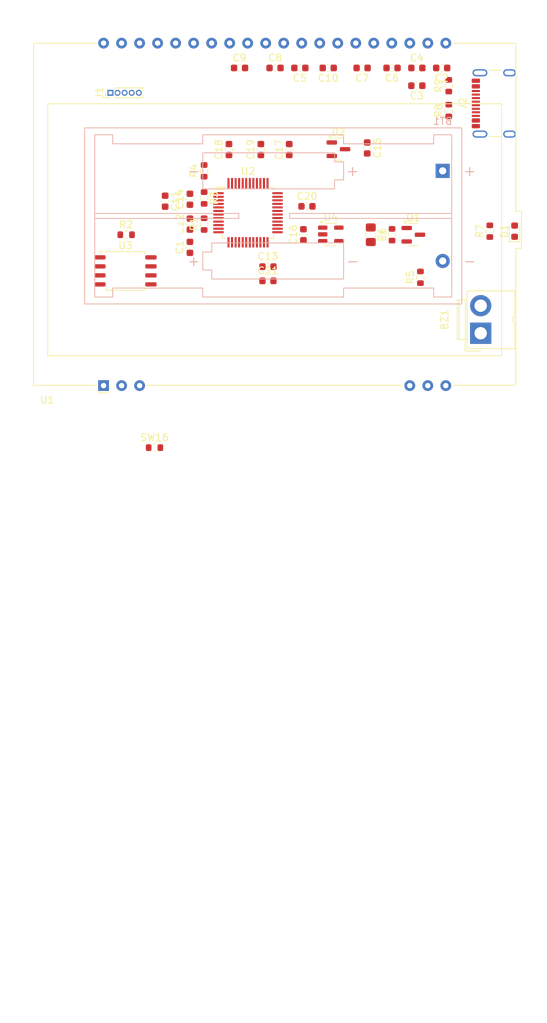
<source format=kicad_pcb>
(kicad_pcb (version 20240108) (generator "pcbnew") (generator_version "8.0")
  (layers (0 "F.Cu" signal) (31 "B.Cu" signal) (34 "B.Paste" user) (35 "F.Paste" user) (36 "B.SilkS" user "B.Silkscreen") (37 "F.SilkS" user "F.Silkscreen") (38 "B.Mask" user) (39 "F.Mask" user) (44 "Edge.Cuts" user))
  (net 0 "")
  (net 1 "Net-(BT1-+)")
  (net 2 "GND")
  (net 3 "Net-(BZ1--)")
  (net 4 "3.3V")
  (net 5 "/NRST")
  (net 6 "Net-(U1-V0)")
  (net 7 "Net-(U1-V1)")
  (net 8 "Net-(U1-V2)")
  (net 9 "Net-(U1-CAP1N)")
  (net 10 "Net-(U1-CAP1P)")
  (net 11 "Net-(U1-V3)")
  (net 12 "Net-(U1-V4)")
  (net 13 "Net-(U1-CAP3P)")
  (net 14 "Net-(U1-VOUT)")
  (net 15 "Net-(U1-CAP2N)")
  (net 16 "Net-(U1-CAP2P)")
  (net 17 "Net-(U2-PH0)")
  (net 18 "Net-(U2-PH1)")
  (net 19 "Net-(U2-VCAP)")
  (net 20 "WAKEUP01")
  (net 21 "Net-(U4-Vin)")
  (net 22 "Net-(D1-A)")
  (net 23 "Net-(D2-Pad2)")
  (net 24 "SWDIO")
  (net 25 "SWO")
  (net 26 "SWCLK")
  (net 27 "USB_DP (D+)")
  (net 28 "Net-(J2-CC1)")
  (net 29 "USB_DM (D-)")
  (net 30 "Net-(J2-CC2)")
  (net 31 "Net-(U4-SW)")
  (net 32 "Net-(Q1-B)")
  (net 33 "Net-(U3-~{CS})")
  (net 34 "Net-(R3-Pad2)")
  (net 35 "BUZZER")
  (net 36 "LED01")
  (net 37 "COL03")
  (net 38 "ROW03")
  (net 39 "DISP_RST")
  (net 40 "DISP_SCL")
  (net 44 "DISP_CS1B")
  (net 46 "DISP_A0")
  (net 47 "DISP_SI")
  (net 50 "ROW05")
  (net 52 "COL06")
  (net 53 "COL02")
  (net 54 "POWER_ON")
  (net 55 "ROW06")
  (net 56 "ROW08")
  (net 57 "ROW04")
  (net 59 "COL05")
  (net 60 "ROW02")
  (net 61 "COL04")
  (net 63 "ROW07")
  (net 64 "ROW01")
  (net 65 "SPI_MISO")
  (net 66 "COL01")
  (net 67 "SPI_SCK")
  (net 68 "SPI_MOSI")
  (footprint "Capacitor_SMD:C_0603_1608Metric" (layer "F.Cu") (at 72.7125 60.5 90)
    (property "Reference" "C12" (at 0 -1.43 -90) (layer "F.SilkS"))
    (property "Value" "8pF")
    (fp_line (start -0.14058 -0.51) (end 0.14058 -0.51) (stroke (width 0.12)) (layer "F.SilkS"))
    (fp_line (start -0.14058 0.51) (end 0.14058 0.51) (stroke (width 0.12)) (layer "F.SilkS"))
    (pad "1" smd roundrect (at -0.775 0 90) (size 0.9 0.95) (layers "F.Cu" "F.Paste" "F.Mask") (net 18 "Net-(U2-PH1)"))
    (pad "2" smd roundrect (at 0.775 0 90) (size 0.9 0.95) (layers "F.Cu" "F.Paste" "F.Mask") (net 2 "GND"))
  )
  (footprint "Capacitor_SMD:C_0603_1608Metric" (layer "F.Cu") (at 82.7125 50 90)
    (property "Reference" "C19" (at 0 -1.43 -90) (layer "F.SilkS"))
    (property "Value" "100nF")
    (fp_line (start -0.14058 -0.51) (end 0.14058 -0.51) (stroke (width 0.12)) (layer "F.SilkS"))
    (fp_line (start -0.14058 0.51) (end 0.14058 0.51) (stroke (width 0.12)) (layer "F.SilkS"))
    (pad "1" smd roundrect (at -0.775 0 90) (size 0.9 0.95) (layers "F.Cu" "F.Paste" "F.Mask") (net 4 "3.3V"))
    (pad "2" smd roundrect (at 0.775 0 90) (size 0.9 0.95) (layers "F.Cu" "F.Paste" "F.Mask") (net 2 "GND"))
  )
  (footprint "Resistor_SMD:R_0603_1608Metric" (layer "F.Cu") (at 101.2125 62 90)
    (property "Reference" "R6" (at 0 -1.43 -90) (layer "F.SilkS"))
    (property "Value" "R")
    (fp_line (start -0.237258 -0.5225) (end 0.237258 -0.5225) (stroke (width 0.12)) (layer "F.SilkS"))
    (fp_line (start -0.237258 0.5225) (end 0.237258 0.5225) (stroke (width 0.12)) (layer "F.SilkS"))
    (pad "1" smd roundrect (at -0.825 0 90) (size 0.8 0.95) (layers "F.Cu" "F.Paste" "F.Mask") (net 35 "BUZZER"))
    (pad "2" smd roundrect (at 0.825 0 90) (size 0.8 0.95) (layers "F.Cu" "F.Paste" "F.Mask") (net 32 "Net-(Q1-B)"))
  )
  (footprint "Resistor_SMD:R_0603_1608Metric" (layer "F.Cu") (at 109.2125 41 90)
    (property "Reference" "R9" (at 0 -1.43 -90) (layer "F.SilkS"))
    (property "Value" "5.1K")
    (fp_line (start -0.237258 -0.5225) (end 0.237258 -0.5225) (stroke (width 0.12)) (layer "F.SilkS"))
    (fp_line (start -0.237258 0.5225) (end 0.237258 0.5225) (stroke (width 0.12)) (layer "F.SilkS"))
    (pad "1" smd roundrect (at -0.825 0 90) (size 0.8 0.95) (layers "F.Cu" "F.Paste" "F.Mask") (net 30 "Net-(J2-CC2)"))
    (pad "2" smd roundrect (at 0.825 0 90) (size 0.8 0.95) (layers "F.Cu" "F.Paste" "F.Mask") (net 2 "GND"))
  )
  (footprint "Capacitor_SMD:C_0603_1608Metric" (layer "F.Cu") (at 88.7125 62 90)
    (property "Reference" "C16" (at 0 -1.43 -90) (layer "F.SilkS"))
    (property "Value" "10 uF")
    (fp_line (start -0.14058 -0.51) (end 0.14058 -0.51) (stroke (width 0.12)) (layer "F.SilkS"))
    (fp_line (start -0.14058 0.51) (end 0.14058 0.51) (stroke (width 0.12)) (layer "F.SilkS"))
    (pad "1" smd roundrect (at -0.775 0 90) (size 0.9 0.95) (layers "F.Cu" "F.Paste" "F.Mask") (net 4 "3.3V"))
    (pad "2" smd roundrect (at 0.775 0 90) (size 0.9 0.95) (layers "F.Cu" "F.Paste" "F.Mask") (net 2 "GND"))
  )
  (footprint "Capacitor_SMD:C_0603_1608Metric" (layer "F.Cu") (at 97.7125 49.775 -90)
    (property "Reference" "C15" (at 0 -1.43 90) (layer "F.SilkS"))
    (property "Value" "4.7 uF")
    (fp_line (start -0.14058 0.51) (end 0.14058 0.51) (stroke (width 0.12)) (layer "F.SilkS"))
    (fp_line (start -0.14058 -0.51) (end 0.14058 -0.51) (stroke (width 0.12)) (layer "F.SilkS"))
    (pad "1" smd roundrect (at -0.775 0 270) (size 0.9 0.95) (layers "F.Cu" "F.Paste" "F.Mask") (net 21 "Net-(U4-Vin)"))
    (pad "2" smd roundrect (at 0.775 0 270) (size 0.9 0.95) (layers "F.Cu" "F.Paste" "F.Mask") (net 2 "GND"))
  )
  (footprint "Capacitor_SMD:C_0603_1608Metric" (layer "F.Cu") (at 79.7125 38.5)
    (property "Reference" "C9" (at 0 -1.43 0) (layer "F.SilkS"))
    (property "Value" "1uF")
    (fp_line (start -0.14058 -0.51) (end 0.14058 -0.51) (stroke (width 0.12)) (layer "F.SilkS"))
    (fp_line (start -0.14058 0.51) (end 0.14058 0.51) (stroke (width 0.12)) (layer "F.SilkS"))
    (pad "1" smd roundrect (at -0.775 0) (size 0.9 0.95) (layers "F.Cu" "F.Paste" "F.Mask") (net 2 "GND"))
    (pad "2" smd roundrect (at 0.775 0) (size 0.9 0.95) (layers "F.Cu" "F.Paste" "F.Mask") (net 14 "Net-(U1-VOUT)"))
  )
  (footprint "Capacitor_SMD:C_0603_1608Metric" (layer "F.Cu") (at 88.2125 38.5 180)
    (property "Reference" "C5" (at 0 -1.43 180) (layer "F.SilkS"))
    (property "Value" "1uF")
    (fp_line (start -0.14058 0.51) (end 0.14058 0.51) (stroke (width 0.12)) (layer "F.SilkS"))
    (fp_line (start -0.14058 -0.51) (end 0.14058 -0.51) (stroke (width 0.12)) (layer "F.SilkS"))
    (pad "1" smd roundrect (at -0.775 0 180) (size 0.9 0.95) (layers "F.Cu" "F.Paste" "F.Mask") (net 10 "Net-(U1-CAP1P)"))
    (pad "2" smd roundrect (at 0.775 0 180) (size 0.9 0.95) (layers "F.Cu" "F.Paste" "F.Mask") (net 9 "Net-(U1-CAP1N)"))
  )
  (footprint "Capacitor_SMD:C_0603_1608Metric" (layer "F.Cu") (at 83.7125 66.5)
    (property "Reference" "C13" (at 0 -1.43 0) (layer "F.SilkS"))
    (property "Value" "2.2uF")
    (fp_line (start -0.14058 -0.51) (end 0.14058 -0.51) (stroke (width 0.12)) (layer "F.SilkS"))
    (fp_line (start -0.14058 0.51) (end 0.14058 0.51) (stroke (width 0.12)) (layer "F.SilkS"))
    (pad "1" smd roundrect (at -0.775 0) (size 0.9 0.95) (layers "F.Cu" "F.Paste" "F.Mask") (net 19 "Net-(U2-VCAP)"))
    (pad "2" smd roundrect (at 0.775 0) (size 0.9 0.95) (layers "F.Cu" "F.Paste" "F.Mask") (net 2 "GND"))
  )
  (footprint "Capacitor_SMD:C_0603_1608Metric" (layer "F.Cu") (at 96.9875 38.5 180)
    (property "Reference" "C7" (at 0 -1.43 180) (layer "F.SilkS"))
    (property "Value" "1uF")
    (fp_line (start -0.14058 0.51) (end 0.14058 0.51) (stroke (width 0.12)) (layer "F.SilkS"))
    (fp_line (start -0.14058 -0.51) (end 0.14058 -0.51) (stroke (width 0.12)) (layer "F.SilkS"))
    (pad "1" smd roundrect (at -0.775 0 180) (size 0.9 0.95) (layers "F.Cu" "F.Paste" "F.Mask") (net 12 "Net-(U1-V4)"))
    (pad "2" smd roundrect (at 0.775 0 180) (size 0.9 0.95) (layers "F.Cu" "F.Paste" "F.Mask") (net 2 "GND"))
  )
  (footprint "Capacitor_SMD:C_0603_1608Metric" (layer "F.Cu") (at 92.2125 38.5 180)
    (property "Reference" "C10" (at 0 -1.43 180) (layer "F.SilkS"))
    (property "Value" "1uF")
    (fp_line (start -0.14058 0.51) (end 0.14058 0.51) (stroke (width 0.12)) (layer "F.SilkS"))
    (fp_line (start -0.14058 -0.51) (end 0.14058 -0.51) (stroke (width 0.12)) (layer "F.SilkS"))
    (pad "1" smd roundrect (at -0.775 0 180) (size 0.9 0.95) (layers "F.Cu" "F.Paste" "F.Mask") (net 15 "Net-(U1-CAP2N)"))
    (pad "2" smd roundrect (at 0.775 0 180) (size 0.9 0.95) (layers "F.Cu" "F.Paste" "F.Mask") (net 16 "Net-(U1-CAP2P)"))
  )
  (footprint "Capacitor_SMD:C_0603_1608Metric" (layer "F.Cu") (at 108.2125 38.5 180)
    (property "Reference" "C2" (at 0 -1.43 180) (layer "F.SilkS"))
    (property "Value" "1uF")
    (fp_line (start -0.14058 0.51) (end 0.14058 0.51) (stroke (width 0.12)) (layer "F.SilkS"))
    (fp_line (start -0.14058 -0.51) (end 0.14058 -0.51) (stroke (width 0.12)) (layer "F.SilkS"))
    (pad "1" smd roundrect (at -0.775 0 180) (size 0.9 0.95) (layers "F.Cu" "F.Paste" "F.Mask") (net 6 "Net-(U1-V0)"))
    (pad "2" smd roundrect (at 0.775 0 180) (size 0.9 0.95) (layers "F.Cu" "F.Paste" "F.Mask") (net 2 "GND"))
  )
  (footprint "Resistor_SMD:R_0603_1608Metric" (layer "F.Cu") (at 109.2125 44.5 90)
    (property "Reference" "R8" (at 0 -1.43 -90) (layer "F.SilkS"))
    (property "Value" "5.1K")
    (fp_line (start -0.237258 -0.5225) (end 0.237258 -0.5225) (stroke (width 0.12)) (layer "F.SilkS"))
    (fp_line (start -0.237258 0.5225) (end 0.237258 0.5225) (stroke (width 0.12)) (layer "F.SilkS"))
    (pad "1" smd roundrect (at -0.825 0 90) (size 0.8 0.95) (layers "F.Cu" "F.Paste" "F.Mask") (net 28 "Net-(J2-CC1)"))
    (pad "2" smd roundrect (at 0.825 0 90) (size 0.8 0.95) (layers "F.Cu" "F.Paste" "F.Mask") (net 2 "GND"))
  )
  (footprint "Connector_PinHeader_1.00mm:PinHeader_1x05_P1.00mm_Vertical" (layer "F.Cu") (at 61.5 42 90)
    (property "Reference" "J1" (at 0 -1.56 -90) (layer "F.SilkS"))
    (property "Value" "ST-LINK")
    (fp_line (start -0.695 -0.685) (end 0 -0.685) (stroke (width 0.12)) (layer "F.SilkS"))
    (fp_line (start -0.695 0) (end -0.695 -0.685) (stroke (width 0.12)) (layer "F.SilkS"))
    (fp_line (start 0.695 0.685) (end 0.695 4.56) (stroke (width 0.12)) (layer "F.SilkS"))
    (fp_line (start 0.608276 0.685) (end 0.695 0.685) (stroke (width 0.12)) (layer "F.SilkS"))
    (fp_line (start -0.695 0.685) (end -0.608276 0.685) (stroke (width 0.12)) (layer "F.SilkS"))
    (fp_line (start -0.695 0.685) (end -0.695 4.56) (stroke (width 0.12)) (layer "F.SilkS"))
    (fp_line (start 0.394493 4.56) (end 0.695 4.56) (stroke (width 0.12)) (layer "F.SilkS"))
    (fp_line (start -0.695 4.56) (end -0.394493 4.56) (stroke (width 0.12)) (layer "F.SilkS"))
    (pad "1" thru_hole rect (at 0 0 90) (size 0.85 0.85) (drill 0.5) (layers "*.Cu" "*.Mask") (net 2 "GND"))
    (pad "2" thru_hole oval (at 0 1 90) (size 0.85 0.85) (drill 0.5) (layers "*.Cu" "*.Mask") (net 25 "SWO"))
    (pad "3" thru_hole oval (at 0 2 90) (size 0.85 0.85) (drill 0.5) (layers "*.Cu" "*.Mask") (net 26 "SWCLK"))
    (pad "4" thru_hole oval (at 0 3 90) (size 0.85 0.85) (drill 0.5) (layers "*.Cu" "*.Mask") (net 24 "SWDIO"))
    (pad "5" thru_hole oval (at 0 4 90) (size 0.85 0.85) (drill 0.5) (layers "*.Cu" "*.Mask") (net 5 "/NRST"))
  )
  (footprint "Capacitor_SMD:C_0603_1608Metric" (layer "F.Cu") (at 72.7125 63.775 90)
    (property "Reference" "C1" (at 0 -1.43 -90) (layer "F.SilkS"))
    (property "Value" "100nF")
    (fp_line (start -0.14058 -0.51) (end 0.14058 -0.51) (stroke (width 0.12)) (layer "F.SilkS"))
    (fp_line (start -0.14058 0.51) (end 0.14058 0.51) (stroke (width 0.12)) (layer "F.SilkS"))
    (pad "1" smd roundrect (at -0.775 0 90) (size 0.9 0.95) (layers "F.Cu" "F.Paste" "F.Mask") (net 5 "/NRST"))
    (pad "2" smd roundrect (at 0.775 0 90) (size 0.9 0.95) (layers "F.Cu" "F.Paste" "F.Mask") (net 2 "GND"))
  )
  (footprint "Package_TO_SOT_SMD:SOT-23" (layer "F.Cu") (at 104.2125 62)
    (property "Reference" "Q1" (at 0 -2.4 0) (layer "F.SilkS"))
    (property "Value" "MMBT3904")
    (fp_line (start 0 -1.56) (end -0.65 -1.56) (stroke (width 0.12)) (layer "F.SilkS"))
    (fp_line (start 0 -1.56) (end 0.65 -1.56) (stroke (width 0.12)) (layer "F.SilkS"))
    (fp_line (start 0 1.56) (end -0.65 1.56) (stroke (width 0.12)) (layer "F.SilkS"))
    (fp_line (start 0 1.56) (end 0.65 1.56) (stroke (width 0.12)) (layer "F.SilkS"))
    (fp_poly (pts (xy -1.1625 -1.51) (xy -1.4025 -1.84) (xy -0.9225 -1.84) (xy -1.1625 -1.51)) (stroke (width 0.12)) (fill solid) (layer "F.SilkS"))
    (pad "1" smd roundrect (at -0.9375 -0.95) (size 1.475 0.6) (layers "F.Cu" "F.Paste" "F.Mask") (net 32 "Net-(Q1-B)"))
    (pad "2" smd roundrect (at -0.9375 0.95) (size 1.475 0.6) (layers "F.Cu" "F.Paste" "F.Mask") (net 2 "GND"))
    (pad "3" smd roundrect (at 0.9375 0) (size 1.475 0.6) (layers "F.Cu" "F.Paste" "F.Mask") (net 3 "Net-(BZ1--)"))
  )
  (footprint "Resistor_SMD:R_0603_1608Metric" (layer "F.Cu") (at 115 61.5 90)
    (property "Reference" "R7" (at 0 -1.43 -90) (layer "F.SilkS"))
    (property "Value" "5.1K")
    (fp_line (start -0.237258 -0.5225) (end 0.237258 -0.5225) (stroke (width 0.12)) (layer "F.SilkS"))
    (fp_line (start -0.237258 0.5225) (end 0.237258 0.5225) (stroke (width 0.12)) (layer "F.SilkS"))
    (pad "1" smd roundrect (at -0.825 0 90) (size 0.8 0.95) (layers "F.Cu" "F.Paste" "F.Mask") (net 36 "LED01"))
    (pad "2" smd roundrect (at 0.825 0 90) (size 0.8 0.95) (layers "F.Cu" "F.Paste" "F.Mask") (net 22 "Net-(D1-A)"))
  )
  (footprint "Capacitor_SMD:C_0603_1608Metric" (layer "F.Cu") (at 69.2125 57.275 -90)
    (property "Reference" "C11" (at 0 -1.43 90) (layer "F.SilkS"))
    (property "Value" "8pF")
    (fp_line (start -0.14058 0.51) (end 0.14058 0.51) (stroke (width 0.12)) (layer "F.SilkS"))
    (fp_line (start -0.14058 -0.51) (end 0.14058 -0.51) (stroke (width 0.12)) (layer "F.SilkS"))
    (pad "1" smd roundrect (at -0.775 0 270) (size 0.9 0.95) (layers "F.Cu" "F.Paste" "F.Mask") (net 17 "Net-(U2-PH0)"))
    (pad "2" smd roundrect (at 0.775 0 270) (size 0.9 0.95) (layers "F.Cu" "F.Paste" "F.Mask") (net 2 "GND"))
  )
  (footprint "Package_TO_SOT_SMD:TSOT-23-5" (layer "F.Cu") (at 92.575 61.95)
    (property "Reference" "U4" (at 0 -2.4 0) (layer "F.SilkS"))
    (property "Value" "ADP2108AUJ-3.3")
    (fp_line (start 0 -1.56) (end -0.8 -1.56) (stroke (width 0.12)) (layer "F.SilkS"))
    (fp_line (start 0 -1.56) (end 0.8 -1.56) (stroke (width 0.12)) (layer "F.SilkS"))
    (fp_line (start 0 1.56) (end -0.8 1.56) (stroke (width 0.12)) (layer "F.SilkS"))
    (fp_line (start 0 1.56) (end 0.8 1.56) (stroke (width 0.12)) (layer "F.SilkS"))
    (fp_poly (pts (xy -1.3 -1.51) (xy -1.54 -1.84) (xy -1.06 -1.84) (xy -1.3 -1.51)) (stroke (width 0.12)) (fill solid) (layer "F.SilkS"))
    (pad "1" smd roundrect (at -1.1375 -0.95) (size 1.325 0.6) (layers "F.Cu" "F.Paste" "F.Mask") (net 21 "Net-(U4-Vin)"))
    (pad "2" smd roundrect (at -1.1375 0) (size 1.325 0.6) (layers "F.Cu" "F.Paste" "F.Mask") (net 2 "GND"))
    (pad "3" smd roundrect (at -1.1375 0.95) (size 1.325 0.6) (layers "F.Cu" "F.Paste" "F.Mask") (net 54 "POWER_ON"))
    (pad "4" smd roundrect (at 1.1375 0.95) (size 1.325 0.6) (layers "F.Cu" "F.Paste" "F.Mask") (net 4 "3.3V"))
    (pad "5" smd roundrect (at 1.1375 -0.95) (size 1.325 0.6) (layers "F.Cu" "F.Paste" "F.Mask") (net 31 "Net-(U4-SW)"))
  )
  (footprint "Capacitor_SMD:C_0603_1608Metric" (layer "F.Cu") (at 104.7125 41 180)
    (property "Reference" "C3" (at 0 -1.43 180) (layer "F.SilkS"))
    (property "Value" "1uF")
    (fp_line (start -0.14058 0.51) (end 0.14058 0.51) (stroke (width 0.12)) (layer "F.SilkS"))
    (fp_line (start -0.14058 -0.51) (end 0.14058 -0.51) (stroke (width 0.12)) (layer "F.SilkS"))
    (pad "1" smd roundrect (at -0.775 0 180) (size 0.9 0.95) (layers "F.Cu" "F.Paste" "F.Mask") (net 7 "Net-(U1-V1)"))
    (pad "2" smd roundrect (at 0.775 0 180) (size 0.9 0.95) (layers "F.Cu" "F.Paste" "F.Mask") (net 2 "GND"))
  )
  (footprint "Capacitor_SMD:C_0603_1608Metric" (layer "F.Cu") (at 104.7125 38.5)
    (property "Reference" "C4" (at 0 -1.43 0) (layer "F.SilkS"))
    (property "Value" "1uF")
    (fp_line (start -0.14058 -0.51) (end 0.14058 -0.51) (stroke (width 0.12)) (layer "F.SilkS"))
    (fp_line (start -0.14058 0.51) (end 0.14058 0.51) (stroke (width 0.12)) (layer "F.SilkS"))
    (pad "1" smd roundrect (at -0.775 0) (size 0.9 0.95) (layers "F.Cu" "F.Paste" "F.Mask") (net 8 "Net-(U1-V2)"))
    (pad "2" smd roundrect (at 0.775 0) (size 0.9 0.95) (layers "F.Cu" "F.Paste" "F.Mask") (net 2 "GND"))
  )
  (footprint "Capacitor_SMD:C_0603_1608Metric" (layer "F.Cu") (at 84.7125 38.5)
    (property "Reference" "C8" (at 0 -1.43 0) (layer "F.SilkS"))
    (property "Value" "1uF")
    (fp_line (start -0.14058 -0.51) (end 0.14058 -0.51) (stroke (width 0.12)) (layer "F.SilkS"))
    (fp_line (start -0.14058 0.51) (end 0.14058 0.51) (stroke (width 0.12)) (layer "F.SilkS"))
    (pad "1" smd roundrect (at -0.775 0) (size 0.9 0.95) (layers "F.Cu" "F.Paste" "F.Mask") (net 13 "Net-(U1-CAP3P)"))
    (pad "2" smd roundrect (at 0.775 0) (size 0.9 0.95) (layers "F.Cu" "F.Paste" "F.Mask") (net 9 "Net-(U1-CAP1N)"))
  )
  (footprint "Capacitor_SMD:C_0603_1608Metric" (layer "F.Cu") (at 78.2125 50 90)
    (property "Reference" "C18" (at 0 -1.43 -90) (layer "F.SilkS"))
    (property "Value" "100nF")
    (fp_line (start -0.14058 -0.51) (end 0.14058 -0.51) (stroke (width 0.12)) (layer "F.SilkS"))
    (fp_line (start -0.14058 0.51) (end 0.14058 0.51) (stroke (width 0.12)) (layer "F.SilkS"))
    (pad "1" smd roundrect (at -0.775 0 90) (size 0.9 0.95) (layers "F.Cu" "F.Paste" "F.Mask") (net 4 "3.3V"))
    (pad "2" smd roundrect (at 0.775 0 90) (size 0.9 0.95) (layers "F.Cu" "F.Paste" "F.Mask") (net 2 "GND"))
  )
  (footprint "Resistor_SMD:R_0603_1608Metric" (layer "F.Cu") (at 74.7125 56.825 -90)
    (property "Reference" "R3" (at 0 -1.43 90) (layer "F.SilkS"))
    (property "Value" "10K")
    (fp_line (start -0.237258 0.5225) (end 0.237258 0.5225) (stroke (width 0.12)) (layer "F.SilkS"))
    (fp_line (start -0.237258 -0.5225) (end 0.237258 -0.5225) (stroke (width 0.12)) (layer "F.SilkS"))
    (pad "1" smd roundrect (at -0.825 0 270) (size 0.8 0.95) (layers "F.Cu" "F.Paste" "F.Mask") (net 20 "WAKEUP01"))
    (pad "2" smd roundrect (at 0.825 0 270) (size 0.8 0.95) (layers "F.Cu" "F.Paste" "F.Mask") (net 34 "Net-(R3-Pad2)"))
  )
  (footprint "Capacitor_SMD:C_0603_1608Metric" (layer "F.Cu") (at 101.2125 38.5 180)
    (property "Reference" "C6" (at 0 -1.43 180) (layer "F.SilkS"))
    (property "Value" "1uF")
    (fp_line (start -0.14058 0.51) (end 0.14058 0.51) (stroke (width 0.12)) (layer "F.SilkS"))
    (fp_line (start -0.14058 -0.51) (end 0.14058 -0.51) (stroke (width 0.12)) (layer "F.SilkS"))
    (pad "1" smd roundrect (at -0.775 0 180) (size 0.9 0.95) (layers "F.Cu" "F.Paste" "F.Mask") (net 11 "Net-(U1-V3)"))
    (pad "2" smd roundrect (at 0.775 0 180) (size 0.9 0.95) (layers "F.Cu" "F.Paste" "F.Mask") (net 2 "GND"))
  )
  (footprint "Capacitor_SMD:C_0603_1608Metric" (layer "F.Cu") (at 89.2125 58)
    (property "Reference" "C20" (at 0 -1.43 0) (layer "F.SilkS"))
    (property "Value" "100nF")
    (fp_line (start -0.14058 -0.51) (end 0.14058 -0.51) (stroke (width 0.12)) (layer "F.SilkS"))
    (fp_line (start -0.14058 0.51) (end 0.14058 0.51) (stroke (width 0.12)) (layer "F.SilkS"))
    (pad "1" smd roundrect (at -0.775 0) (size 0.9 0.95) (layers "F.Cu" "F.Paste" "F.Mask") (net 4 "3.3V"))
    (pad "2" smd roundrect (at 0.775 0) (size 0.9 0.95) (layers "F.Cu" "F.Paste" "F.Mask") (net 2 "GND"))
  )
  (footprint "Connector:JWT_A3963_1x02_P3.96mm_Vertical" (layer "F.Cu") (at 113.7125 75.88 90)
    (property "Reference" "BZ1" (at 1.91 -5.08 -90) (layer "F.SilkS"))
    (property "Value" "Buzzer")
    (fp_line (start -0.89 -3.3) (end 4.7 -3.3) (stroke (width 0.12)) (layer "F.SilkS"))
    (fp_line (start -0.89 -3.05) (end 4.7 -3.05) (stroke (width 0.12)) (layer "F.SilkS"))
    (fp_line (start -1.2 -2.2) (end -2.5 -2.2) (stroke (width 0.12)) (layer "F.SilkS"))
    (fp_line (start -2.5 -2.2) (end -2.5 0) (stroke (width 0.12)) (layer "F.SilkS"))
    (fp_line (start -0.89 -2.16) (end 4.7 -2.16) (stroke (width 0.12)) (layer "F.SilkS"))
    (fp_line (start 5.97 -1.91) (end 5.97 0) (stroke (width 0.12)) (layer "F.SilkS"))
    (fp_line (start 4.7 -1.91) (end 4.7 -3.3) (stroke (width 0.12)) (layer "F.SilkS"))
    (fp_line (start -0.89 -1.91) (end -0.89 -3.3) (stroke (width 0.12)) (layer "F.SilkS"))
    (fp_line (start -2.16 -1.91) (end 5.97 -1.91) (stroke (width 0.12)) (layer "F.SilkS"))
    (fp_line (start -2.16 -1.91) (end -2.16 0) (stroke (width 0.12)) (layer "F.SilkS"))
    (fp_line (start -2.16 0) (end -2.16 4.83) (stroke (width 0.12)) (layer "F.SilkS"))
    (fp_line (start 2.29 4.57) (end 2.29 4.83) (stroke (width 0.12)) (layer "F.SilkS"))
    (fp_line (start 1.52 4.57) (end 2.29 4.57) (stroke (width 0.12)) (layer "F.SilkS"))
    (fp_line (start 5.97 4.83) (end 5.97 0) (stroke (width 0.12)) (layer "F.SilkS"))
    (fp_line (start 2.29 4.83) (end 5.97 4.83) (stroke (width 0.12)) (layer "F.SilkS"))
    (fp_line (start 1.52 4.83) (end 1.52 4.57) (stroke (width 0.12)) (layer "F.SilkS"))
    (fp_line (start 1.52 4.83) (end -2.16 4.83) (stroke (width 0.12)) (layer "F.SilkS"))
    (pad "1" thru_hole rect (at 0 0 90) (size 3 3) (drill 1.75) (layers "*.Cu" "*.Mask") (net 4 "3.3V"))
    (pad "2" thru_hole circle (at 3.88 0 90) (size 3 3) (drill 1.75) (layers "*.Cu" "*.Mask") (net 3 "Net-(BZ1--)"))
  )
  (footprint "Resistor_SMD:R_0603_1608Metric" (layer "F.Cu") (at 105.2125 68 90)
    (property "Reference" "R5" (at 0 -1.43 -90) (layer "F.SilkS"))
    (property "Value" "R")
    (fp_line (start -0.237258 -0.5225) (end 0.237258 -0.5225) (stroke (width 0.12)) (layer "F.SilkS"))
    (fp_line (start -0.237258 0.5225) (end 0.237258 0.5225) (stroke (width 0.12)) (layer "F.SilkS"))
    (pad "1" smd roundrect (at -0.825 0 90) (size 0.8 0.95) (layers "F.Cu" "F.Paste" "F.Mask") (net 4 "3.3V"))
    (pad "2" smd roundrect (at 0.825 0 90) (size 0.8 0.95) (layers "F.Cu" "F.Paste" "F.Mask") (net 3 "Net-(BZ1--)"))
  )
  (footprint "LED_SMD:LED_0603_1608Metric" (layer "F.Cu") (at 118.5 61.5 90)
    (property "Reference" "D1" (at 0 -1.43 -90) (layer "F.SilkS"))
    (property "Value" "LED (RED)")
    (fp_line (start 0.8 -0.735) (end -1.485 -0.735) (stroke (width 0.12)) (layer "F.SilkS"))
    (fp_line (start -1.485 -0.735) (end -1.485 0.735) (stroke (width 0.12)) (layer "F.SilkS"))
    (fp_line (start -1.485 0.735) (end 0.8 0.735) (stroke (width 0.12)) (layer "F.SilkS"))
    (pad "1" smd roundrect (at -0.7875 0 90) (size 0.875 0.95) (layers "F.Cu" "F.Paste" "F.Mask") (net 2 "GND"))
    (pad "2" smd roundrect (at 0.7875 0 90) (size 0.875 0.95) (layers "F.Cu" "F.Paste" "F.Mask") (net 22 "Net-(D1-A)"))
  )
  (footprint "Resistor_SMD:R_0603_1608Metric" (layer "F.Cu") (at 74.7125 53 90)
    (property "Reference" "R4" (at 0 -1.43 -90) (layer "F.SilkS"))
    (property "Value" "10K")
    (fp_line (start -0.237258 -0.5225) (end 0.237258 -0.5225) (stroke (width 0.12)) (layer "F.SilkS"))
    (fp_line (start -0.237258 0.5225) (end 0.237258 0.5225) (stroke (width 0.12)) (layer "F.SilkS"))
    (pad "1" smd roundrect (at -0.825 0 90) (size 0.8 0.95) (layers "F.Cu" "F.Paste" "F.Mask") (net 2 "GND"))
    (pad "2" smd roundrect (at 0.825 0 90) (size 0.8 0.95) (layers "F.Cu" "F.Paste" "F.Mask") (net 34 "Net-(R3-Pad2)"))
  )
  (footprint "Connector_USB:USB_C_Receptacle_GCT_USB4105-xx-A_16P_TopMnt_Horizontal" (layer "F.Cu") (at 116.7125 43.5 90)
    (property "Reference" "J2" (at 0 -5.5 90) (layer "F.SilkS"))
    (property "Value" "USB_C_Receptacle_USB2.0_14P")
    (fp_line (start 4.67 -0.1) (end 4.67 -1.8) (stroke (width 0.12)) (layer "F.SilkS"))
    (fp_line (start -4.67 -0.1) (end -4.67 -1.8) (stroke (width 0.12)) (layer "F.SilkS"))
    (pad "" np_thru_hole circle (at -2.89 -2.605 90) (size 0.65 0.65) (drill 0.65) (layers "F&B.Cu" "*.Mask"))
    (pad "" np_thru_hole circle (at 2.89 -2.605 90) (size 0.65 0.65) (drill 0.65) (layers "F&B.Cu" "*.Mask"))
    (pad "A1" smd roundrect (at -3.2 -3.68 90) (size 0.6 1.15) (layers "F.Cu" "F.Paste" "F.Mask") (net 2 "GND"))
    (pad "A4" smd roundrect (at -2.4 -3.68 90) (size 0.6 1.15) (layers "F.Cu" "F.Paste" "F.Mask") (net 23 "Net-(D2-Pad2)"))
    (pad "A5" smd roundrect (at -1.25 -3.68 90) (size 0.3 1.15) (layers "F.Cu" "F.Paste" "F.Mask") (net 28 "Net-(J2-CC1)"))
    (pad "A6" smd roundrect (at -0.25 -3.68 90) (size 0.3 1.15) (layers "F.Cu" "F.Paste" "F.Mask") (net 27 "USB_DP (D+)"))
    (pad "A7" smd roundrect (at 0.25 -3.68 90) (size 0.3 1.15) (layers "F.Cu" "F.Paste" "F.Mask") (net 29 "USB_DM (D-)"))
    (pad "A8" smd roundrect (at 1.25 -3.68 90) (size 0.3 1.15) (layers "F.Cu" "F.Paste" "F.Mask"))
    (pad "A9" smd roundrect (at 2.4 -3.68 90) (size 0.6 1.15) (layers "F.Cu" "F.Paste" "F.Mask") (net 23 "Net-(D2-Pad2)"))
    (pad "A12" smd roundrect (at 3.2 -3.68 90) (size 0.6 1.15) (layers "F.Cu" "F.Paste" "F.Mask") (net 2 "GND"))
    (pad "B1" smd roundrect (at 3.2 -3.68 90) (size 0.6 1.15) (layers "F.Cu" "F.Paste" "F.Mask") (net 2 "GND"))
    (pad "B4" smd roundrect (at 2.4 -3.68 90) (size 0.6 1.15) (layers "F.Cu" "F.Paste" "F.Mask") (net 23 "Net-(D2-Pad2)"))
    (pad "B5" smd roundrect (at 1.75 -3.68 90) (size 0.3 1.15) (layers "F.Cu" "F.Paste" "F.Mask") (net 30 "Net-(J2-CC2)"))
    (pad "B6" smd roundrect (at 0.75 -3.68 90) (size 0.3 1.15) (layers "F.Cu" "F.Paste" "F.Mask") (net 27 "USB_DP (D+)"))
    (pad "B7" smd roundrect (at -0.75 -3.68 90) (size 0.3 1.15) (layers "F.Cu" "F.Paste" "F.Mask") (net 29 "USB_DM (D-)"))
    (pad "B8" smd roundrect (at -1.75 -3.68 90) (size 0.3 1.15) (layers "F.Cu" "F.Paste" "F.Mask"))
    (pad "B9" smd roundrect (at -2.4 -3.68 90) (size 0.6 1.15) (layers "F.Cu" "F.Paste" "F.Mask") (net 23 "Net-(D2-Pad2)"))
    (pad "B12" smd roundrect (at -3.2 -3.68 90) (size 0.6 1.15) (layers "F.Cu" "F.Paste" "F.Mask") (net 2 "GND"))
    (pad "S1" thru_hole oval (at -4.32 -3.105 90) (size 1 2.1) (drill oval 0.6 1.7) (layers "*.Cu" "*.Mask" "F.Paste") (net 2 "GND"))
    (pad "S1" thru_hole oval (at -4.32 1.075 90) (size 1 1.8) (drill oval 0.6 1.4) (layers "*.Cu" "*.Mask" "F.Paste") (net 2 "GND"))
    (pad "S1" thru_hole oval (at 4.32 -3.105 90) (size 1 2.1) (drill oval 0.6 1.7) (layers "*.Cu" "*.Mask" "F.Paste") (net 2 "GND"))
    (pad "S1" thru_hole oval (at 4.32 1.075 90) (size 1 1.8) (drill oval 0.6 1.4) (layers "*.Cu" "*.Mask" "F.Paste") (net 2 "GND"))
  )
  (footprint "Capacitor_SMD:C_0603_1608Metric" (layer "F.Cu") (at 72.7125 57 90)
    (property "Reference" "C14" (at 0 -1.43 -90) (layer "F.SilkS"))
    (property "Value" "104")
    (fp_line (start -0.14058 -0.51) (end 0.14058 -0.51) (stroke (width 0.12)) (layer "F.SilkS"))
    (fp_line (start -0.14058 0.51) (end 0.14058 0.51) (stroke (width 0.12)) (layer "F.SilkS"))
    (pad "1" smd roundrect (at -0.775 0 90) (size 0.9 0.95) (layers "F.Cu" "F.Paste" "F.Mask") (net 2 "GND"))
    (pad "2" smd roundrect (at 0.775 0 90) (size 0.9 0.95) (layers "F.Cu" "F.Paste" "F.Mask") (net 20 "WAKEUP01"))
  )
  (footprint "Capacitor_SMD:C_0603_1608Metric" (layer "F.Cu") (at 86.7125 50 90)
    (property "Reference" "C17" (at 0 -1.43 -90) (layer "F.SilkS"))
    (property "Value" "100nF")
    (fp_line (start -0.14058 -0.51) (end 0.14058 -0.51) (stroke (width 0.12)) (layer "F.SilkS"))
    (fp_line (start -0.14058 0.51) (end 0.14058 0.51) (stroke (width 0.12)) (layer "F.SilkS"))
    (pad "1" smd roundrect (at -0.775 0 90) (size 0.9 0.95) (layers "F.Cu" "F.Paste" "F.Mask") (net 4 "3.3V"))
    (pad "2" smd roundrect (at 0.775 0 90) (size 0.9 0.95) (layers "F.Cu" "F.Paste" "F.Mask") (net 2 "GND"))
  )
  (footprint "Package_SO:SOIC-8_5.23x5.23mm_P1.27mm" (layer "F.Cu") (at 63.6125 67.095)
    (property "Reference" "U3" (at 0 -3.56 0) (layer "F.SilkS"))
    (property "Value" "W25Q32JVSS")
    (fp_line (start -2.725 -2.725) (end -2.725 -2.465) (stroke (width 0.12)) (layer "F.SilkS"))
    (fp_line (start -2.725 2.725) (end -2.725 2.465) (stroke (width 0.12)) (layer "F.SilkS"))
    (fp_line (start 0 -2.725) (end -2.725 -2.725) (stroke (width 0.12)) (layer "F.SilkS"))
    (fp_line (start 0 -2.725) (end 2.725 -2.725) (stroke (width 0.12)) (layer "F.SilkS"))
    (fp_line (start 0 2.725) (end -2.725 2.725) (stroke (width 0.12)) (layer "F.SilkS"))
    (fp_line (start 0 2.725) (end 2.725 2.725) (stroke (width 0.12)) (layer "F.SilkS"))
    (fp_line (start 2.725 -2.725) (end 2.725 -2.465) (stroke (width 0.12)) (layer "F.SilkS"))
    (fp_line (start 2.725 2.725) (end 2.725 2.465) (stroke (width 0.12)) (layer "F.SilkS"))
    (fp_poly (pts (xy -3.5075 -2.465) (xy -3.7475 -2.795) (xy -3.2675 -2.795) (xy -3.5075 -2.465)) (stroke (width 0.12)) (fill solid) (layer "F.SilkS"))
    (pad "1" smd roundrect (at -3.6 -1.905) (size 1.6 0.6) (layers "F.Cu" "F.Paste" "F.Mask") (net 33 "Net-(U3-~{CS})"))
    (pad "2" smd roundrect (at -3.6 -0.635) (size 1.6 0.6) (layers "F.Cu" "F.Paste" "F.Mask") (net 65 "SPI_MISO"))
    (pad "3" smd roundrect (at -3.6 0.635) (size 1.6 0.6) (layers "F.Cu" "F.Paste" "F.Mask") (net 4 "3.3V"))
    (pad "4" smd roundrect (at -3.6 1.905) (size 1.6 0.6) (layers "F.Cu" "F.Paste" "F.Mask") (net 2 "GND"))
    (pad "5" smd roundrect (at 3.6 1.905) (size 1.6 0.6) (layers "F.Cu" "F.Paste" "F.Mask") (net 68 "SPI_MOSI"))
    (pad "6" smd roundrect (at 3.6 0.635) (size 1.6 0.6) (layers "F.Cu" "F.Paste" "F.Mask") (net 67 "SPI_SCK"))
    (pad "7" smd roundrect (at 3.6 -0.635) (size 1.6 0.6) (layers "F.Cu" "F.Paste" "F.Mask") (net 4 "3.3V"))
    (pad "8" smd roundrect (at 3.6 -1.905) (size 1.6 0.6) (layers "F.Cu" "F.Paste" "F.Mask") (net 4 "3.3V"))
  )
  (footprint "Inductor_SMD:L_0805_2012Metric_Pad1.15x1.40mm_HandSolder" (layer "F.Cu") (at 98.2125 62 -90)
    (property "Reference" "L1" (at 0 -1.65 90) (layer "F.SilkS"))
    (property "Value" "1uH")
    (fp_line (start -0.261252 0.71) (end 0.261252 0.71) (stroke (width 0.12)) (layer "F.SilkS"))
    (fp_line (start -0.261252 -0.71) (end 0.261252 -0.71) (stroke (width 0.12)) (layer "F.SilkS"))
    (pad "1" smd roundrect (at -1.025 0 270) (size 1.15 1.4) (layers "F.Cu" "F.Paste" "F.Mask") (roundrect_rratio 0.217391) (net 31 "Net-(U4-SW)"))
    (pad "2" smd roundrect (at 1.025 0 270) (size 1.15 1.4) (layers "F.Cu" "F.Paste" "F.Mask") (roundrect_rratio 0.217391) (net 4 "3.3V"))
  )
  (footprint "Resistor_SMD:R_0603_1608Metric" (layer "F.Cu") (at 74.7125 60.5 90)
    (property "Reference" "R1" (at 0 -1.43 -90) (layer "F.SilkS"))
    (property "Value" "10k")
    (fp_line (start -0.237258 -0.5225) (end 0.237258 -0.5225) (stroke (width 0.12)) (layer "F.SilkS"))
    (fp_line (start -0.237258 0.5225) (end 0.237258 0.5225) (stroke (width 0.12)) (layer "F.SilkS"))
    (pad "1" smd roundrect (at -0.825 0 90) (size 0.8 0.95) (layers "F.Cu" "F.Paste" "F.Mask") (net 4 "3.3V"))
    (pad "2" smd roundrect (at 0.825 0 90) (size 0.8 0.95) (layers "F.Cu" "F.Paste" "F.Mask") (net 5 "/NRST"))
  )
  (footprint "Resistor_SMD:R_0603_1608Metric" (layer "F.Cu") (at 67.7125 92)
    (property "Reference" "SW16" (at 0 -1.43 0) (layer "F.SilkS"))
    (property "Value" "R")
    (fp_line (start -0.237258 -0.5225) (end 0.237258 -0.5225) (stroke (width 0.12)) (layer "F.SilkS"))
    (fp_line (start -0.237258 0.5225) (end 0.237258 0.5225) (stroke (width 0.12)) (layer "F.SilkS"))
    (pad "1" smd roundrect (at -0.825 0) (size 0.8 0.95) (layers "F.Cu" "F.Paste" "F.Mask") (net 37 "COL03"))
    (pad "2" smd roundrect (at 0.825 0) (size 0.8 0.95) (layers "F.Cu" "F.Paste" "F.Mask") (net 38 "ROW03"))
  )
  (footprint "Capacitor_SMD:C_0603_1608Metric" (layer "F.Cu") (at 83.7125 68.5)
    (property "Reference" "C21" (at 0 -1.43 0) (layer "F.SilkS"))
    (property "Value" "100nF")
    (fp_line (start -0.14058 -0.51) (end 0.14058 -0.51) (stroke (width 0.12)) (layer "F.SilkS"))
    (fp_line (start -0.14058 0.51) (end 0.14058 0.51) (stroke (width 0.12)) (layer "F.SilkS"))
    (pad "1" smd roundrect (at -0.775 0) (size 0.9 0.95) (layers "F.Cu" "F.Paste" "F.Mask") (net 4 "3.3V"))
    (pad "2" smd roundrect (at 0.775 0) (size 0.9 0.95) (layers "F.Cu" "F.Paste" "F.Mask") (net 2 "GND"))
  )
  (footprint "Display:EA_DOGL128-6" (layer "F.Cu") (at 60.5325 83.26 90)
    (property "Reference" "U1" (at -2.025 -7.97 0) (layer "F.SilkS"))
    (property "Value" "EA_DOGL128X-6")
    (fp_line (start 48.22 -9.88) (end 48.22 -0.97) (stroke (width 0.12)) (layer "F.SilkS"))
    (fp_line (start 0.04 -9.88) (end 48.22 -9.88) (stroke (width 0.12)) (layer "F.SilkS"))
    (fp_line (start 0.04 -9.88) (end 0.04 -1) (stroke (width 0.12)) (layer "F.SilkS"))
    (fp_line (start 39.71 -7.87) (end 4.21 -7.87) (stroke (width 0.12)) (layer "F.SilkS"))
    (fp_line (start 4.21 -7.87) (end 4.21 56.13) (stroke (width 0.12)) (layer "F.SilkS"))
    (fp_line (start -1.025 -0.77) (end -1.025 0.73) (stroke (width 0.12)) (layer "F.SilkS"))
    (fp_line (start 0.04 42.23) (end 0.04 6.03) (stroke (width 0.12)) (layer "F.SilkS"))
    (fp_line (start 48.22 49.23) (end 48.22 58.14) (stroke (width 0.12)) (layer "F.SilkS"))
    (fp_line (start 39.71 56.13) (end 39.71 -7.87) (stroke (width 0.12)) (layer "F.SilkS"))
    (fp_line (start 4.21 56.13) (end 39.71 56.13) (stroke (width 0.12)) (layer "F.SilkS"))
    (fp_line (start 48.22 58.14) (end 24.57 58.14) (stroke (width 0.12)) (layer "F.SilkS"))
    (fp_line (start 24.57 58.14) (end 24.57 58.94) (stroke (width 0.12)) (layer "F.SilkS"))
    (fp_line (start 19.35 58.14) (end 0.04 58.14) (stroke (width 0.12)) (layer "F.SilkS"))
    (fp_line (start 0.04 58.14) (end 0.04 49.23) (stroke (width 0.12)) (layer "F.SilkS"))
    (fp_line (start 24.57 58.94) (end 19.35 58.94) (stroke (width 0.12)) (layer "F.SilkS"))
    (fp_line (start 19.35 58.94) (end 19.35 58.14) (stroke (width 0.12)) (layer "F.SilkS"))
    (pad "1" thru_hole rect (at 0 0) (size 1.524 1.524) (drill 0.762) (layers "*.Cu" "*.Mask"))
    (pad "2" thru_hole circle (at 0 2.54) (size 1.524 1.524) (drill 0.762) (layers "*.Cu" "*.Mask"))
    (pad "3" thru_hole circle (at 0 5.08) (size 1.524 1.524) (drill 0.762) (layers "*.Cu" "*.Mask"))
    (pad "18" thru_hole circle (at 0 43.18) (size 1.524 1.524) (drill 0.762) (layers "*.Cu" "*.Mask"))
    (pad "19" thru_hole circle (at 0 45.72) (size 1.524 1.524) (drill 0.762) (layers "*.Cu" "*.Mask"))
    (pad "20" thru_hole circle (at 0 48.26) (size 1.524 1.524) (drill 0.762) (layers "*.Cu" "*.Mask"))
    (pad "21" thru_hole circle (at 48.26 48.26) (size 1.524 1.524) (drill 0.762) (layers "*.Cu" "*.Mask") (net 6 "Net-(U1-V0)"))
    (pad "22" thru_hole circle (at 48.26 45.72) (size 1.524 1.524) (drill 0.762) (layers "*.Cu" "*.Mask") (net 7 "Net-(U1-V1)"))
    (pad "23" thru_hole circle (at 48.26 43.18) (size 1.524 1.524) (drill 0.762) (layers "*.Cu" "*.Mask") (net 8 "Net-(U1-V2)"))
    (pad "24" thru_hole circle (at 48.26 40.64) (size 1.524 1.524) (drill 0.762) (layers "*.Cu" "*.Mask") (net 11 "Net-(U1-V3)"))
    (pad "25" thru_hole circle (at 48.26 38.1) (size 1.524 1.524) (drill 0.762) (layers "*.Cu" "*.Mask") (net 12 "Net-(U1-V4)"))
    (pad "26" thru_hole circle (at 48.26 35.56) (size 1.524 1.524) (drill 0.762) (layers "*.Cu" "*.Mask") (net 2 "GND"))
    (pad "27" thru_hole circle (at 48.26 33.02) (size 1.524 1.524) (drill 0.762) (layers "*.Cu" "*.Mask") (net 15 "Net-(U1-CAP2N)"))
    (pad "28" thru_hole circle (at 48.26 30.48) (size 1.524 1.524) (drill 0.762) (layers "*.Cu" "*.Mask") (net 16 "Net-(U1-CAP2P)"))
    (pad "29" thru_hole circle (at 48.26 27.94) (size 1.524 1.524) (drill 0.762) (layers "*.Cu" "*.Mask") (net 10 "Net-(U1-CAP1P)"))
    (pad "30" thru_hole circle (at 48.26 25.4) (size 1.524 1.524) (drill 0.762) (layers "*.Cu" "*.Mask") (net 9 "Net-(U1-CAP1N)"))
    (pad "31" thru_hole circle (at 48.26 22.86) (size 1.524 1.524) (drill 0.762) (layers "*.Cu" "*.Mask") (net 13 "Net-(U1-CAP3P)"))
    (pad "32" thru_hole circle (at 48.26 20.32) (size 1.524 1.524) (drill 0.762) (layers "*.Cu" "*.Mask") (net 14 "Net-(U1-VOUT)"))
    (pad "33" thru_hole circle (at 48.26 17.78) (size 1.524 1.524) (drill 0.762) (layers "*.Cu" "*.Mask") (net 2 "GND"))
    (pad "34" thru_hole circle (at 48.26 15.24) (size 1.524 1.524) (drill 0.762) (layers "*.Cu" "*.Mask") (net 4 "3.3V"))
    (pad "35" thru_hole circle (at 48.26 12.7) (size 1.524 1.524) (drill 0.762) (layers "*.Cu" "*.Mask") (net 4 "3.3V"))
    (pad "36" thru_hole circle (at 48.26 10.16) (size 1.524 1.524) (drill 0.762) (layers "*.Cu" "*.Mask") (net 47 "DISP_SI"))
    (pad "37" thru_hole circle (at 48.26 7.62) (size 1.524 1.524) (drill 0.762) (layers "*.Cu" "*.Mask") (net 40 "DISP_SCL"))
    (pad "38" thru_hole circle (at 48.26 5.08) (size 1.524 1.524) (drill 0.762) (layers "*.Cu" "*.Mask") (net 46 "DISP_A0"))
    (pad "39" thru_hole circle (at 48.26 2.54) (size 1.524 1.524) (drill 0.762) (layers "*.Cu" "*.Mask") (net 39 "DISP_RST"))
    (pad "40" thru_hole circle (at 48.26 0) (size 1.524 1.524) (drill 0.762) (layers "*.Cu" "*.Mask") (net 44 "DISP_CS1B"))
  )
  (footprint "Package_QFP:LQFP-48_7x7mm_P0.5mm" (layer "F.Cu") (at 80.9 58.9)
    (property "Reference" "U2" (at 0 -5.85 0) (layer "F.SilkS"))
    (property "Value" "STM32U535CBT6")
    (fp_line (start -3.61 -3.61) (end -3.61 -3.16) (stroke (width 0.12)) (layer "F.SilkS"))
    (fp_line (start -3.61 3.61) (end -3.61 3.16) (stroke (width 0.12)) (layer "F.SilkS"))
    (fp_line (start -3.16 -3.61) (end -3.61 -3.61) (stroke (width 0.12)) (layer "F.SilkS"))
    (fp_line (start -3.16 3.61) (end -3.61 3.61) (stroke (width 0.12)) (layer "F.SilkS"))
    (fp_line (start 3.16 -3.61) (end 3.61 -3.61) (stroke (width 0.12)) (layer "F.SilkS"))
    (fp_line (start 3.16 3.61) (end 3.61 3.61) (stroke (width 0.12)) (layer "F.SilkS"))
    (fp_line (start 3.61 -3.61) (end 3.61 -3.16) (stroke (width 0.12)) (layer "F.SilkS"))
    (fp_line (start 3.61 3.61) (end 3.61 3.16) (stroke (width 0.12)) (layer "F.SilkS"))
    (fp_poly (pts (xy -4.2 -3.16) (xy -4.54 -3.63) (xy -3.86 -3.63) (xy -4.2 -3.16)) (stroke (width 0.12)) (fill solid) (layer "F.SilkS"))
    (pad "1" smd roundrect (at -4.1625 -2.75) (size 1.475 0.3) (layers "F.Cu" "F.Paste" "F.Mask") (net 4 "3.3V"))
    (pad "2" smd roundrect (at -4.1625 -2.25) (size 1.475 0.3) (layers "F.Cu" "F.Paste" "F.Mask") (net 20 "WAKEUP01"))
    (pad "3" smd roundrect (at -4.1625 -1.75) (size 1.475 0.3) (layers "F.Cu" "F.Paste" "F.Mask"))
    (pad "4" smd roundrect (at -4.1625 -1.25) (size 1.475 0.3) (layers "F.Cu" "F.Paste" "F.Mask") (net 54 "POWER_ON"))
    (pad "5" smd roundrect (at -4.1625 -0.75) (size 1.475 0.3) (layers "F.Cu" "F.Paste" "F.Mask") (net 17 "Net-(U2-PH0)"))
    (pad "6" smd roundrect (at -4.1625 -0.25) (size 1.475 0.3) (layers "F.Cu" "F.Paste" "F.Mask") (net 18 "Net-(U2-PH1)"))
    (pad "7" smd roundrect (at -4.1625 0.25) (size 1.475 0.3) (layers "F.Cu" "F.Paste" "F.Mask") (net 5 "/NRST"))
    (pad "8" smd roundrect (at -4.1625 0.75) (size 1.475 0.3) (layers "F.Cu" "F.Paste" "F.Mask") (net 2 "GND"))
    (pad "9" smd roundrect (at -4.1625 1.25) (size 1.475 0.3) (layers "F.Cu" "F.Paste" "F.Mask") (net 4 "3.3V"))
    (pad "10" smd roundrect (at -4.1625 1.75) (size 1.475 0.3) (layers "F.Cu" "F.Paste" "F.Mask") (net 40 "DISP_SCL"))
    (pad "11" smd roundrect (at -4.1625 2.25) (size 1.475 0.3) (layers "F.Cu" "F.Paste" "F.Mask") (net 47 "DISP_SI"))
    (pad "12" smd roundrect (at -4.1625 2.75) (size 1.475 0.3) (layers "F.Cu" "F.Paste" "F.Mask") (net 46 "DISP_A0"))
    (pad "13" smd roundrect (at -2.75 4.1625) (size 0.3 1.475) (layers "F.Cu" "F.Paste" "F.Mask") (net 44 "DISP_CS1B"))
    (pad "14" smd roundrect (at -2.25 4.1625) (size 0.3 1.475) (layers "F.Cu" "F.Paste" "F.Mask") (net 39 "DISP_RST"))
    (pad "15" smd roundrect (at -1.75 4.1625) (size 0.3 1.475) (layers "F.Cu" "F.Paste" "F.Mask") (net 67 "SPI_SCK"))
    (pad "16" smd roundrect (at -1.25 4.1625) (size 0.3 1.475) (layers "F.Cu" "F.Paste" "F.Mask") (net 65 "SPI_MISO"))
    (pad "17" smd roundrect (at -0.75 4.1625) (size 0.3 1.475) (layers "F.Cu" "F.Paste" "F.Mask") (net 68 "SPI_MOSI"))
    (pad "18" smd roundrect (at -0.25 4.1625) (size 0.3 1.475) (layers "F.Cu" "F.Paste" "F.Mask") (net 66 "COL01"))
    (pad "19" smd roundrect (at 0.25 4.1625) (size 0.3 1.475) (layers "F.Cu" "F.Paste" "F.Mask") (net 53 "COL02"))
    (pad "20" smd roundrect (at 0.75 4.1625) (size 0.3 1.475) (layers "F.Cu" "F.Paste" "F.Mask") (net 61 "COL04"))
    (pad "21" smd roundrect (at 1.25 4.1625) (size 0.3 1.475) (layers "F.Cu" "F.Paste" "F.Mask") (net 57 "ROW04"))
    (pad "22" smd roundrect (at 1.75 4.1625) (size 0.3 1.475) (layers "F.Cu" "F.Paste" "F.Mask") (net 19 "Net-(U2-VCAP)"))
    (pad "23" smd roundrect (at 2.25 4.1625) (size 0.3 1.475) (layers "F.Cu" "F.Paste" "F.Mask") (net 2 "GND"))
    (pad "24" smd roundrect (at 2.75 4.1625) (size 0.3 1.475) (layers "F.Cu" "F.Paste" "F.Mask") (net 4 "3.3V"))
    (pad "25" smd roundrect (at 4.1625 2.75) (size 1.475 0.3) (layers "F.Cu" "F.Paste" "F.Mask") (net 50 "ROW05"))
    (pad "26" smd roundrect (at 4.1625 2.25) (size 1.475 0.3) (layers "F.Cu" "F.Paste" "F.Mask") (net 55 "ROW06"))
    (pad "27" smd roundrect (at 4.1625 1.75) (size 1.475 0.3) (layers "F.Cu" "F.Paste" "F.Mask") (net 63 "ROW07"))
    (pad "28" smd roundrect (at 4.1625 1.25) (size 1.475 0.3) (layers "F.Cu" "F.Paste" "F.Mask") (net 56 "ROW08"))
    (pad "29" smd roundrect (at 4.1625 0.75) (size 1.475 0.3) (layers "F.Cu" "F.Paste" "F.Mask") (net 59 "COL05"))
    (pad "30" smd roundrect (at 4.1625 0.25) (size 1.475 0.3) (layers "F.Cu" "F.Paste" "F.Mask") (net 37 "COL03"))
    (pad "31" smd roundrect (at 4.1625 -0.25) (size 1.475 0.3) (layers "F.Cu" "F.Paste" "F.Mask"))
    (pad "32" smd roundrect (at 4.1625 -0.75) (size 1.475 0.3) (layers "F.Cu" "F.Paste" "F.Mask") (net 29 "USB_DM (D-)"))
    (pad "33" smd roundrect (at 4.1625 -1.25) (size 1.475 0.3) (layers "F.Cu" "F.Paste" "F.Mask") (net 27 "USB_DP (D+)"))
    (pad "34" smd roundrect (at 4.1625 -1.75) (size 1.475 0.3) (layers "F.Cu" "F.Paste" "F.Mask") (net 24 "SWDIO"))
    (pad "35" smd roundrect (at 4.1625 -2.25) (size 1.475 0.3) (layers "F.Cu" "F.Paste" "F.Mask") (net 2 "GND"))
    (pad "36" smd roundrect (at 4.1625 -2.75) (size 1.475 0.3) (layers "F.Cu" "F.Paste" "F.Mask") (net 4 "3.3V"))
    (pad "37" smd roundrect (at 2.75 -4.1625) (size 0.3 1.475) (layers "F.Cu" "F.Paste" "F.Mask") (net 26 "SWCLK"))
    (pad "38" smd roundrect (at 2.25 -4.1625) (size 0.3 1.475) (layers "F.Cu" "F.Paste" "F.Mask") (net 52 "COL06"))
    (pad "39" smd roundrect (at 1.75 -4.1625) (size 0.3 1.475) (layers "F.Cu" "F.Paste" "F.Mask") (net 25 "SWO"))
    (pad "40" smd roundrect (at 1.25 -4.1625) (size 0.3 1.475) (layers "F.Cu" "F.Paste" "F.Mask") (net 35 "BUZZER"))
    (pad "41" smd roundrect (at 0.75 -4.1625) (size 0.3 1.475) (layers "F.Cu" "F.Paste" "F.Mask") (net 36 "LED01"))
    (pad "42" smd roundrect (at 0.25 -4.1625) (size 0.3 1.475) (layers "F.Cu" "F.Paste" "F.Mask") (net 64 "ROW01"))
    (pad "43" smd roundrect (at -0.25 -4.1625) (size 0.3 1.475) (layers "F.Cu" "F.Paste" "F.Mask"))
    (pad "44" smd roundrect (at -0.75 -4.1625) (size 0.3 1.475) (layers "F.Cu" "F.Paste" "F.Mask"))
    (pad "45" smd roundrect (at -1.25 -4.1625) (size 0.3 1.475) (layers "F.Cu" "F.Paste" "F.Mask") (net 60 "ROW02"))
    (pad "46" smd roundrect (at -1.75 -4.1625) (size 0.3 1.475) (layers "F.Cu" "F.Paste" "F.Mask") (net 38 "ROW03"))
    (pad "47" smd roundrect (at -2.25 -4.1625) (size 0.3 1.475) (layers "F.Cu" "F.Paste" "F.Mask") (net 2 "GND"))
    (pad "48" smd roundrect (at -2.75 -4.1625) (size 0.3 1.475) (layers "F.Cu" "F.Paste" "F.Mask") (net 4 "3.3V"))
  )
  (footprint "Package_TO_SOT_SMD:SOT-23" (layer "F.Cu") (at 93.65 49.95)
    (property "Reference" "D2" (at 0 -2.4 0) (layer "F.SilkS"))
    (property "Value" "BAT54C")
    (fp_line (start 0 -1.56) (end -0.65 -1.56) (stroke (width 0.12)) (layer "F.SilkS"))
    (fp_line (start 0 -1.56) (end 0.65 -1.56) (stroke (width 0.12)) (layer "F.SilkS"))
    (fp_line (start 0 1.56) (end -0.65 1.56) (stroke (width 0.12)) (layer "F.SilkS"))
    (fp_line (start 0 1.56) (end 0.65 1.56) (stroke (width 0.12)) (layer "F.SilkS"))
    (fp_poly (pts (xy -1.1625 -1.51) (xy -1.4025 -1.84) (xy -0.9225 -1.84) (xy -1.1625 -1.51)) (stroke (width 0.12)) (fill solid) (layer "F.SilkS"))
    (pad "1" smd roundrect (at -0.9375 -0.95) (size 1.475 0.6) (layers "F.Cu" "F.Paste" "F.Mask") (net 1 "Net-(BT1-+)"))
    (pad "2" smd roundrect (at -0.9375 0.95) (size 1.475 0.6) (layers "F.Cu" "F.Paste" "F.Mask") (net 23 "Net-(D2-Pad2)"))
    (pad "3" smd roundrect (at 0.9375 0) (size 1.475 0.6) (layers "F.Cu" "F.Paste" "F.Mask") (net 21 "Net-(U4-Vin)"))
  )
  (footprint "Resistor_SMD:R_0603_1608Metric" (layer "F.Cu") (at 63.7125 62)
    (property "Reference" "R2" (at 0 -1.43 0) (layer "F.SilkS"))
    (property "Value" "4.7K")
    (fp_line (start -0.237258 -0.5225) (end 0.237258 -0.5225) (stroke (width 0.12)) (layer "F.SilkS"))
    (fp_line (start -0.237258 0.5225) (end 0.237258 0.5225) (stroke (width 0.12)) (layer "F.SilkS"))
    (pad "1" smd roundrect (at -0.825 0) (size 0.8 0.95) (layers "F.Cu" "F.Paste" "F.Mask") (net 33 "Net-(U3-~{CS})"))
    (pad "2" smd roundrect (at 0.825 0) (size 0.8 0.95) (layers "F.Cu" "F.Paste" "F.Mask") (net 4 "3.3V"))
  )
  (footprint "Battery:BatteryHolder_Keystone_2468_2xAAA" (layer "B.Cu") (at 108.3525 53 180)
    (property "Reference" "BT1" (at 0 7 180) (layer "B.SilkS") (effects (justify mirror)))
    (property "Value" "2xAAA (1.5V)")
    (fp_line (start 50.5 6.05) (end 50.5 -18.75) (stroke (width 0.12)) (layer "B.SilkS"))
    (fp_line (start 50.5 -18.755) (end -2.7 -18.755) (stroke (width 0.12)) (layer "B.SilkS"))
    (fp_line (start 49.07 -6.7) (end 28.75 -6.7) (stroke (width 0.12)) (layer "B.SilkS"))
    (fp_line (start 49.07 -17.78) (end 49.07 5.08) (stroke (width 0.12)) (layer "B.SilkS"))
    (fp_line (start 46.53 5.08) (end 49.07 5.08) (stroke (width 0.12)) (layer "B.SilkS"))
    (fp_line (start 46.53 3.81) (end 46.53 5.08) (stroke (width 0.12)) (layer "B.SilkS"))
    (fp_line (start 46.53 -16.51) (end 46.53 -17.78) (stroke (width 0.12)) (layer "B.SilkS"))
    (fp_line (start 46.53 -17.78) (end 49.07 -17.78) (stroke (width 0.12)) (layer "B.SilkS"))
    (fp_line (start 33.83 5.08) (end 33.83 3.81) (stroke (width 0.12)) (layer "B.SilkS"))
    (fp_line (start 33.83 3.81) (end 46.53 3.81) (stroke (width 0.12)) (layer "B.SilkS"))
    (fp_line (start 33.83 2.54) (end 15.24 2.54) (stroke (width 0.12)) (layer "B.SilkS"))
    (fp_line (start 33.83 -2.54) (end 33.83 2.54) (stroke (width 0.12)) (layer "B.SilkS"))
    (fp_line (start 33.83 -11.43) (end 32.56 -11.43) (stroke (width 0.12)) (layer "B.SilkS"))
    (fp_line (start 33.83 -13.97) (end 33.83 -11.43) (stroke (width 0.12)) (layer "B.SilkS"))
    (fp_line (start 33.83 -16.51) (end 46.53 -16.51) (stroke (width 0.12)) (layer "B.SilkS"))
    (fp_line (start 33.83 -16.51) (end 33.83 -17.78) (stroke (width 0.12)) (layer "B.SilkS"))
    (fp_line (start 33.83 -17.78) (end 13.97 -17.78) (stroke (width 0.12)) (layer "B.SilkS"))
    (fp_line (start 32.56 -10.16) (end 13.97 -10.16) (stroke (width 0.12)) (layer "B.SilkS"))
    (fp_line (start 32.56 -11.43) (end 32.56 -10.16) (stroke (width 0.12)) (layer "B.SilkS"))
    (fp_line (start 32.56 -13.97) (end 33.83 -13.97) (stroke (width 0.12)) (layer "B.SilkS"))
    (fp_line (start 32.56 -15.24) (end 32.56 -13.97) (stroke (width 0.12)) (layer "B.SilkS"))
    (fp_line (start 28.75 -6) (end 49.07 -6) (stroke (width 0.12)) (layer "B.SilkS"))
    (fp_line (start 28.75 -6.7) (end 28.75 -6) (stroke (width 0.12)) (layer "B.SilkS"))
    (fp_line (start 21.59 -6) (end -1.27 -6) (stroke (width 0.12)) (layer "B.SilkS"))
    (fp_line (start 21.59 -6.7) (end 21.59 -6) (stroke (width 0.12)) (layer "B.SilkS"))
    (fp_line (start 15.24 2.54) (end 15.24 1.27) (stroke (width 0.12)) (layer "B.SilkS"))
    (fp_line (start 15.24 1.27) (end 13.97 1.27) (stroke (width 0.12)) (layer "B.SilkS"))
    (fp_line (start 15.24 -1.27) (end 15.24 -2.54) (stroke (width 0.12)) (layer "B.SilkS"))
    (fp_line (start 15.24 -2.54) (end 33.83 -2.54) (stroke (width 0.12)) (layer "B.SilkS"))
    (fp_line (start 13.97 5.08) (end 33.83 5.08) (stroke (width 0.12)) (layer "B.SilkS"))
    (fp_line (start 13.97 3.81) (end 13.97 5.08) (stroke (width 0.12)) (layer "B.SilkS"))
    (fp_line (start 13.97 3.81) (end 1.27 3.81) (stroke (width 0.12)) (layer "B.SilkS"))
    (fp_line (start 13.97 1.27) (end 13.97 -1.27) (stroke (width 0.12)) (layer "B.SilkS"))
    (fp_line (start 13.97 -1.27) (end 15.24 -1.27) (stroke (width 0.12)) (layer "B.SilkS"))
    (fp_line (start 13.97 -10.16) (end 13.97 -15.24) (stroke (width 0.12)) (layer "B.SilkS"))
    (fp_line (start 13.97 -15.24) (end 32.56 -15.24) (stroke (width 0.12)) (layer "B.SilkS"))
    (fp_line (start 13.97 -16.51) (end 1.27 -16.51) (stroke (width 0.12)) (layer "B.SilkS"))
    (fp_line (start 13.97 -17.78) (end 13.97 -16.51) (stroke (width 0.12)) (layer "B.SilkS"))
    (fp_line (start 1.27 5.08) (end 1.27 3.81) (stroke (width 0.12)) (layer "B.SilkS"))
    (fp_line (start 1.27 -16.51) (end 1.27 -17.78) (stroke (width 0.12)) (layer "B.SilkS"))
    (fp_line (start 1.27 -17.78) (end -1.27 -17.78) (stroke (width 0.12)) (layer "B.SilkS"))
    (fp_line (start -1.27 5.08) (end 1.27 5.08) (stroke (width 0.12)) (layer "B.SilkS"))
    (fp_line (start -1.27 -6.7) (end 21.59 -6.7) (stroke (width 0.12)) (layer "B.SilkS"))
    (fp_line (start -1.27 -17.78) (end -1.27 5.08) (stroke (width 0.12)) (layer "B.SilkS"))
    (fp_line (start -2.7 6.055) (end 50.5 6.055) (stroke (width 0.12)) (layer "B.SilkS"))
    (fp_line (start -2.7 -18.75) (end -2.7 6.05) (stroke (width 0.12)) (layer "B.SilkS"))
    (fp_text user "-" (at -3.81 -12.7 180) (layer "B.SilkS") (effects (font (size 1.5 1.5)) (justify mirror)))
    (fp_text user "+" (at 35.1 -12.7 180) (layer "B.SilkS") (effects (font (size 1.5 1.5)) (justify mirror)))
    (fp_text user "+" (at -3.81 0 180) (layer "B.SilkS") (effects (font (size 1.5 1.5)) (justify mirror)))
    (fp_text user "-" (at 35.1 0 180) (layer "B.SilkS") (effects (font (size 1.5 1.5)) (justify mirror)))
    (fp_text user "+" (at 12.7 0 180) (layer "B.SilkS") (effects (font (size 1.5 1.5)) (justify mirror)))
    (fp_text user "-" (at 12.7 -12.7 180) (layer "B.SilkS") (effects (font (size 1.5 1.5)) (justify mirror)))
    (pad "" np_thru_hole circle (at 8.64 -4 180) (size 3.45 3.45) (drill 3.45) (layers "*.Cu"))
    (pad "" np_thru_hole circle (at 38.61 -8.7 180) (size 3.45 3.45) (drill 3.45) (layers "*.Cu" "*.Mask"))
    (pad "1" thru_hole rect (at 0 0 180) (size 2 2) (drill 1.02) (layers "*.Cu" "*.Mask") (net 1 "Net-(BT1-+)"))
    (pad "2" thru_hole circle (at 0 -12.7 180) (size 2 2) (drill 1.02) (layers "*.Cu" "*.Mask") (net 2 "GND"))
  )
)
</source>
